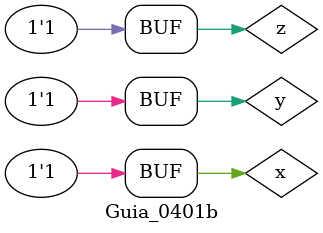
<source format=v>
/*
 Guia_0401b.v - v0.0. - 27 / 08 / 2022
 Autor    : Gabriel Vargas Bento de Souza
 Matricula: 778023
 */

/* TRUTH TABLE */

// (x + y)'.z'

/**
 expression: z'
 */
module fxy1 (output s,
            input  x, y, z);
   assign s = ~z;
endmodule // fxy1

/**
 expression: (x + y)
 */
module fxy2 (output s,
            input  x, y, z);
   assign s = x | y;
endmodule // fxy2

/**
 expression: (x + y)'
 */
module fxy3 (output s,
            input  x, y, z);
   assign s = ~(x | y);
endmodule // fxy3

/**
 expression: (x + y)'.z'
 */
module fxy4 (output s,
            input  x, y, z);
   assign s = ~(x | y) & ~z;
endmodule // fxy4

/**
  Guia_0401b.v
 */
module Guia_0401b;
   reg  x, y, z;
   wire s1, s2, s3, s4;
   
   // instancias
   fxy1 FXY1 (s1, x, y, z);
   fxy2 FXY2 (s2, x, y, z);
   fxy3 FXY3 (s3, x, y, z);
   fxy4 FXY4 (s4, x, y, z);
   
   // valores iniciais
   initial begin: start
      x=1'bx; y=1'bx; z=1'bx; // indefinidos
   end

   // parte principal
   initial begin: main
      // identificacao
       $display("Gabriel Vargas Bento de Souza - 778023");
       $display("Test boolean expression");
       $display("\n01.b) (x + y)'.z'\n");

       // monitoramento
       $display(" x  y  z   z'  (x + y)  (x + y)'  (x + y)'.z' ");
       $monitor("%2b %2b %2b %3b %6b %8b %10b", x, y, z, s1, s2, s3, s4);

       // sinalizacao
       #1 x=0; y=0; z=0;
       #1 x=0; y=0; z=1;
       #1 x=0; y=1; z=0;
       #1 x=0; y=1; z=1;
       #1 x=1; y=0; z=0;
       #1 x=1; y=0; z=1;
       #1 x=1; y=1; z=0;
       #1 x=1; y=1; z=1;
   end
endmodule // Guia_0401b

</source>
